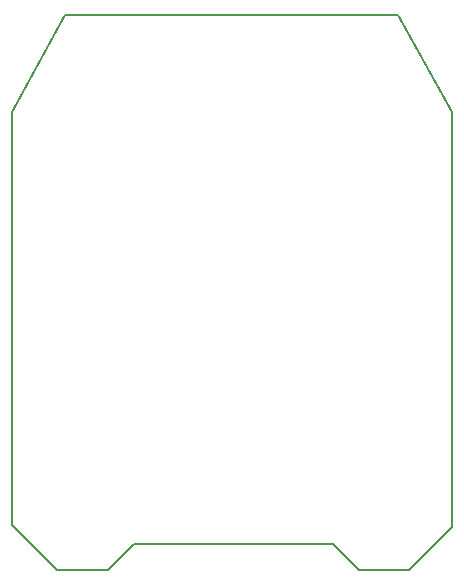
<source format=gbr>
G04 #@! TF.GenerationSoftware,KiCad,Pcbnew,5.0.2-bee76a0~70~ubuntu18.04.1*
G04 #@! TF.CreationDate,2019-01-08T18:58:55+02:00*
G04 #@! TF.ProjectId,HScope_2018_10_L,4853636f-7065-45f3-9230-31385f31305f,rev?*
G04 #@! TF.SameCoordinates,Original*
G04 #@! TF.FileFunction,Profile,NP*
%FSLAX46Y46*%
G04 Gerber Fmt 4.6, Leading zero omitted, Abs format (unit mm)*
G04 Created by KiCad (PCBNEW 5.0.2-bee76a0~70~ubuntu18.04.1) date Вт 08 янв 2019 18:58:55*
%MOMM*%
%LPD*%
G01*
G04 APERTURE LIST*
%ADD10C,0.150000*%
G04 APERTURE END LIST*
D10*
X61668000Y-36126000D02*
X61668000Y-71064000D01*
X66150000Y-27864000D02*
X61668000Y-36126000D01*
X94392000Y-27864000D02*
X66150000Y-27864000D01*
X98928000Y-36126000D02*
X94392000Y-27864000D01*
X98928000Y-71226000D02*
X98928000Y-36126000D01*
X95310000Y-74844000D02*
X98928000Y-71226000D01*
X91044000Y-74844000D02*
X95310000Y-74844000D01*
X88884000Y-72684000D02*
X91044000Y-74844000D01*
X71982000Y-72684000D02*
X88884000Y-72684000D01*
X69768000Y-74898000D02*
X71982000Y-72684000D01*
X65502000Y-74898000D02*
X69768000Y-74898000D01*
X61668000Y-71064000D02*
X65502000Y-74898000D01*
M02*

</source>
